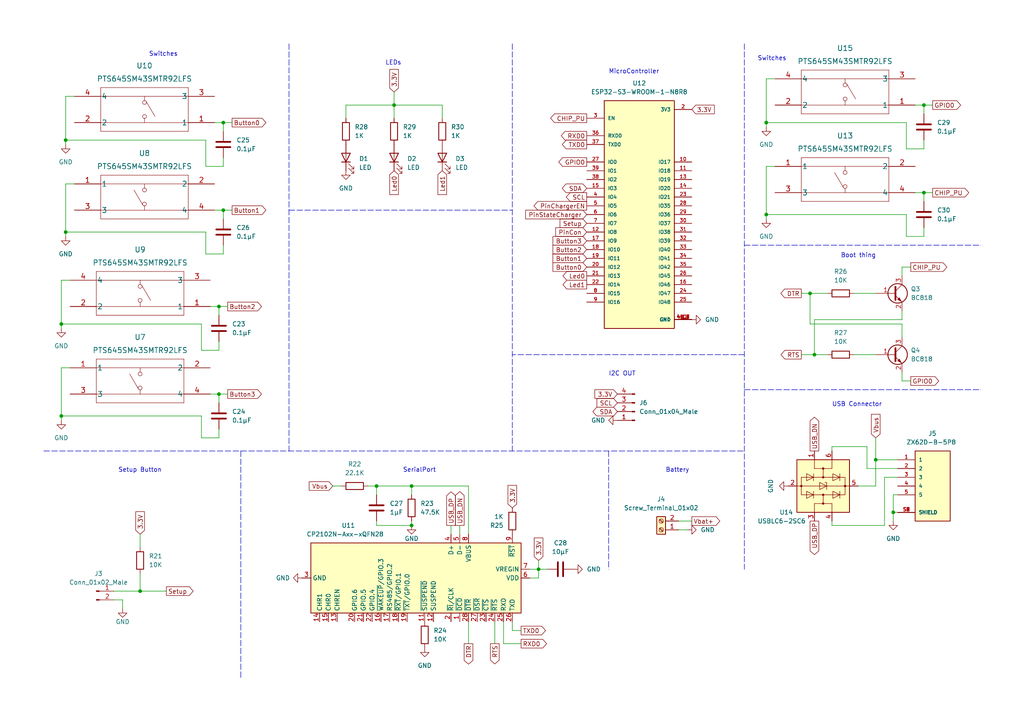
<source format=kicad_sch>
(kicad_sch (version 20211123) (generator eeschema)
  (paper "A4")
  (lib_symbols
    (symbol "2023-03-02_01-59-27:PTS645SM43SMTR92LFS" (pin_names (offset 0.254))
      (property "Reference" "U" (at 20.32 7.62 0))
      (property "Value" "PTS645SM43SMTR92LFS" (at 20.32 5.08 0))
      (symbol "PTS645SM43SMTR92LFS_1_1"
        (polyline (pts (xy 7.62 -10.16) (xy 33.02 -10.16)) (stroke (width 0.127)))
        (polyline (pts (xy 7.62 -7.62) (xy 33.02 -7.62)) (stroke (width 0.127)))
        (polyline (pts (xy 7.62 0) (xy 33.02 0)) (stroke (width 0.127)))
        (polyline (pts (xy 7.62 2.54) (xy 7.62 -10.16)) (stroke (width 0.127)))
        (polyline (pts (xy 19.812 -6.096) (xy 17.272 -1.778)) (stroke (width 0.127)))
        (polyline (pts (xy 20.32 -7.62) (xy 20.32 -6.35)) (stroke (width 0.127)))
        (polyline (pts (xy 20.32 0) (xy 20.32 -1.27)) (stroke (width 0.127)))
        (polyline (pts (xy 33.02 -10.16) (xy 33.02 2.54)) (stroke (width 0.127)))
        (polyline (pts (xy 33.02 2.54) (xy 7.62 2.54)) (stroke (width 0.127)))
        (circle (center 20.32 -5.842) (radius 0.5588) (stroke (width 0.127)))
        (circle (center 20.32 -1.778) (radius 0.5588) (stroke (width 0.127)))
        (pin unspecified line (at 0 0 0) (length 7.62) (name "1") (number "1"))
        (pin unspecified line (at 40.64 0 180) (length 7.62) (name "2") (number "2"))
        (pin unspecified line (at 0 -7.62 0) (length 7.62) (name "3") (number "3"))
        (pin unspecified line (at 40.64 -7.62 180) (length 7.62) (name "4") (number "4"))
      )
    )
    (symbol "Connector:Conn_01x02_Male" (pin_names (offset 1.016) hide)
      (property "Reference" "J" (at 0 2.54 0))
      (property "Value" "Conn_01x02_Male" (at 0 -5.08 0))
      (symbol "Conn_01x02_Male_1_1"
        (polyline (pts (xy 1.27 -2.54) (xy 0.8636 -2.54)) (stroke (width 0.1524)))
        (polyline (pts (xy 1.27 0) (xy 0.8636 0)) (stroke (width 0.1524)))
        (rectangle (start 0.8636 -2.413) (end 0 -2.667) (stroke (width 0.1524)) (fill (type outline)))
        (rectangle (start 0.8636 0.127) (end 0 -0.127) (stroke (width 0.1524)) (fill (type outline)))
        (pin passive line (at 5.08 0 180) (length 3.81) (name "Pin_1") (number "1"))
        (pin passive line (at 5.08 -2.54 180) (length 3.81) (name "Pin_2") (number "2"))
      )
    )
    (symbol "Connector:Conn_01x04_Male" (pin_names (offset 1.016) hide)
      (property "Reference" "J" (at 0 5.08 0))
      (property "Value" "Conn_01x04_Male" (at 0 -7.62 0))
      (symbol "Conn_01x04_Male_1_1"
        (polyline (pts (xy 1.27 -5.08) (xy 0.8636 -5.08)) (stroke (width 0.1524)))
        (polyline (pts (xy 1.27 -2.54) (xy 0.8636 -2.54)) (stroke (width 0.1524)))
        (polyline (pts (xy 1.27 0) (xy 0.8636 0)) (stroke (width 0.1524)))
        (polyline (pts (xy 1.27 2.54) (xy 0.8636 2.54)) (stroke (width 0.1524)))
        (rectangle (start 0.8636 -4.953) (end 0 -5.207) (stroke (width 0.1524)) (fill (type outline)))
        (rectangle (start 0.8636 -2.413) (end 0 -2.667) (stroke (width 0.1524)) (fill (type outline)))
        (rectangle (start 0.8636 0.127) (end 0 -0.127) (stroke (width 0.1524)) (fill (type outline)))
        (rectangle (start 0.8636 2.667) (end 0 2.413) (stroke (width 0.1524)) (fill (type outline)))
        (pin passive line (at 5.08 2.54 180) (length 3.81) (name "Pin_1") (number "1"))
        (pin passive line (at 5.08 0 180) (length 3.81) (name "Pin_2") (number "2"))
        (pin passive line (at 5.08 -2.54 180) (length 3.81) (name "Pin_3") (number "3"))
        (pin passive line (at 5.08 -5.08 180) (length 3.81) (name "Pin_4") (number "4"))
      )
    )
    (symbol "Connector:Screw_Terminal_01x02" (pin_names (offset 1.016) hide)
      (property "Reference" "J" (at 0 2.54 0))
      (property "Value" "Screw_Terminal_01x02" (at 0 -5.08 0))
      (symbol "Screw_Terminal_01x02_1_1"
        (rectangle (start -1.27 1.27) (end 1.27 -3.81) (stroke (width 0.254)) (fill (type background)))
        (circle (center 0 -2.54) (radius 0.635) (stroke (width 0.1524)))
        (polyline (pts (xy -0.5334 -2.2098) (xy 0.3302 -3.048)) (stroke (width 0.1524)))
        (polyline (pts (xy -0.5334 0.3302) (xy 0.3302 -0.508)) (stroke (width 0.1524)))
        (polyline (pts (xy -0.3556 -2.032) (xy 0.508 -2.8702)) (stroke (width 0.1524)))
        (polyline (pts (xy -0.3556 0.508) (xy 0.508 -0.3302)) (stroke (width 0.1524)))
        (circle (center 0 0) (radius 0.635) (stroke (width 0.1524)))
        (pin passive line (at -5.08 0 0) (length 3.81) (name "Pin_1") (number "1"))
        (pin passive line (at -5.08 -2.54 0) (length 3.81) (name "Pin_2") (number "2"))
      )
    )
    (symbol "Device:C" (pin_numbers hide) (pin_names (offset 0.254))
      (property "Reference" "C" (at 0.635 2.54 0))
      (property "Value" "C" (at 0.635 -2.54 0))
      (symbol "C_0_1"
        (polyline (pts (xy -2.032 -0.762) (xy 2.032 -0.762)) (stroke (width 0.508)))
        (polyline (pts (xy -2.032 0.762) (xy 2.032 0.762)) (stroke (width 0.508)))
      )
      (symbol "C_1_1"
        (pin passive line (at 0 3.81 270) (length 2.794) (name "~") (number "1"))
        (pin passive line (at 0 -3.81 90) (length 2.794) (name "~") (number "2"))
      )
    )
    (symbol "Device:LED" (pin_numbers hide) (pin_names (offset 1.016) hide)
      (property "Reference" "D" (at 0 2.54 0))
      (property "Value" "LED" (at 0 -2.54 0))
      (symbol "LED_0_1"
        (polyline (pts (xy -1.27 -1.27) (xy -1.27 1.27)) (stroke (width 0.254)))
        (polyline (pts (xy -1.27 0) (xy 1.27 0)))
        (polyline (pts (xy 1.27 -1.27) (xy 1.27 1.27) (xy -1.27 0) (xy 1.27 -1.27)) (stroke (width 0.254)))
        (polyline (pts (xy -3.048 -0.762) (xy -4.572 -2.286) (xy -3.81 -2.286) (xy -4.572 -2.286) (xy -4.572 -1.524)))
        (polyline (pts (xy -1.778 -0.762) (xy -3.302 -2.286) (xy -2.54 -2.286) (xy -3.302 -2.286) (xy -3.302 -1.524)))
      )
      (symbol "LED_1_1"
        (pin passive line (at -3.81 0 0) (length 2.54) (name "K") (number "1"))
        (pin passive line (at 3.81 0 180) (length 2.54) (name "A") (number "2"))
      )
    )
    (symbol "Device:R" (pin_numbers hide) (pin_names (offset 0))
      (property "Reference" "R" (at 2.032 0 90))
      (property "Value" "R" (at 0 0 90))
      (symbol "R_0_1"
        (rectangle (start -1.016 -2.54) (end 1.016 2.54) (stroke (width 0.254)))
      )
      (symbol "R_1_1"
        (pin passive line (at 0 3.81 270) (length 1.27) (name "~") (number "1"))
        (pin passive line (at 0 -3.81 90) (length 1.27) (name "~") (number "2"))
      )
    )
    (symbol "ESP32-S3-WROOM-1-N8R8:ESP32-S3-WROOM-1-N8R8" (pin_names (offset 1.016))
      (property "Reference" "U" (at -10.16 34.1122 0))
      (property "Value" "ESP32-S3-WROOM-1-N8R8" (at -10.16 -35.56 0))
      (symbol "ESP32-S3-WROOM-1-N8R8_0_0"
        (rectangle (start -10.16 -33.02) (end 10.16 33.02) (stroke (width 0.254)) (fill (type background)))
        (pin power_in line (at 15.24 -30.48 180) (length 5.08) (name "GND") (number "1"))
        (pin bidirectional line (at 15.24 15.24 180) (length 5.08) (name "IO17") (number "10"))
        (pin bidirectional line (at 15.24 12.7 180) (length 5.08) (name "IO18") (number "11"))
        (pin bidirectional line (at -15.24 -5.08 0) (length 5.08) (name "IO8") (number "12"))
        (pin bidirectional line (at 15.24 10.16 180) (length 5.08) (name "IO19") (number "13"))
        (pin bidirectional line (at 15.24 7.62 180) (length 5.08) (name "IO20") (number "14"))
        (pin bidirectional line (at -15.24 7.62 0) (length 5.08) (name "IO3") (number "15"))
        (pin bidirectional line (at 15.24 -20.32 180) (length 5.08) (name "IO46") (number "16"))
        (pin bidirectional line (at -15.24 -7.62 0) (length 5.08) (name "IO9") (number "17"))
        (pin bidirectional line (at -15.24 -10.16 0) (length 5.08) (name "IO10") (number "18"))
        (pin bidirectional line (at -15.24 -12.7 0) (length 5.08) (name "IO11") (number "19"))
        (pin power_in line (at 15.24 30.48 180) (length 5.08) (name "3V3") (number "2"))
        (pin bidirectional line (at -15.24 -15.24 0) (length 5.08) (name "IO12") (number "20"))
        (pin bidirectional line (at -15.24 -17.78 0) (length 5.08) (name "IO13") (number "21"))
        (pin bidirectional line (at -15.24 -20.32 0) (length 5.08) (name "IO14") (number "22"))
        (pin bidirectional line (at 15.24 5.08 180) (length 5.08) (name "IO21") (number "23"))
        (pin bidirectional line (at 15.24 -22.86 180) (length 5.08) (name "IO47") (number "24"))
        (pin bidirectional line (at 15.24 -25.4 180) (length 5.08) (name "IO48") (number "25"))
        (pin bidirectional line (at 15.24 -17.78 180) (length 5.08) (name "IO45") (number "26"))
        (pin bidirectional line (at -15.24 15.24 0) (length 5.08) (name "IO0") (number "27"))
        (pin bidirectional line (at 15.24 2.54 180) (length 5.08) (name "IO35") (number "28"))
        (pin bidirectional line (at 15.24 0 180) (length 5.08) (name "IO36") (number "29"))
        (pin input line (at -15.24 27.94 0) (length 5.08) (name "EN") (number "3"))
        (pin bidirectional line (at 15.24 -2.54 180) (length 5.08) (name "IO37") (number "30"))
        (pin bidirectional line (at 15.24 -5.08 180) (length 5.08) (name "IO38") (number "31"))
        (pin bidirectional line (at 15.24 -7.62 180) (length 5.08) (name "IO39") (number "32"))
        (pin bidirectional line (at 15.24 -10.16 180) (length 5.08) (name "IO40") (number "33"))
        (pin bidirectional line (at 15.24 -12.7 180) (length 5.08) (name "IO41") (number "34"))
        (pin bidirectional line (at 15.24 -15.24 180) (length 5.08) (name "IO42") (number "35"))
        (pin bidirectional line (at -15.24 22.86 0) (length 5.08) (name "RXD0") (number "36"))
        (pin bidirectional line (at -15.24 20.32 0) (length 5.08) (name "TXD0") (number "37"))
        (pin bidirectional line (at -15.24 10.16 0) (length 5.08) (name "IO2") (number "38"))
        (pin bidirectional line (at -15.24 12.7 0) (length 5.08) (name "IO1") (number "39"))
        (pin bidirectional line (at -15.24 5.08 0) (length 5.08) (name "IO4") (number "4"))
        (pin power_in line (at 15.24 -30.48 180) (length 5.08) (name "GND") (number "40"))
        (pin power_in line (at 15.24 -30.48 180) (length 5.08) (name "GND") (number "41_1"))
        (pin power_in line (at 15.24 -30.48 180) (length 5.08) (name "GND") (number "41_2"))
        (pin power_in line (at 15.24 -30.48 180) (length 5.08) (name "GND") (number "41_3"))
        (pin power_in line (at 15.24 -30.48 180) (length 5.08) (name "GND") (number "41_4"))
        (pin power_in line (at 15.24 -30.48 180) (length 5.08) (name "GND") (number "41_5"))
        (pin power_in line (at 15.24 -30.48 180) (length 5.08) (name "GND") (number "41_6"))
        (pin power_in line (at 15.24 -30.48 180) (length 5.08) (name "GND") (number "41_7"))
        (pin power_in line (at 15.24 -30.48 180) (length 5.08) (name "GND") (number "41_8"))
        (pin power_in line (at 15.24 -30.48 180) (length 5.08) (name "GND") (number "41_9"))
        (pin bidirectional line (at -15.24 2.54 0) (length 5.08) (name "IO5") (number "5"))
        (pin bidirectional line (at -15.24 0 0) (length 5.08) (name "IO6") (number "6"))
        (pin bidirectional line (at -15.24 -2.54 0) (length 5.08) (name "IO7") (number "7"))
        (pin bidirectional line (at -15.24 -22.86 0) (length 5.08) (name "IO15") (number "8"))
        (pin bidirectional line (at -15.24 -25.4 0) (length 5.08) (name "IO16") (number "9"))
      )
    )
    (symbol "Interface_USB:CP2102N-Axx-xQFN28"
      (property "Reference" "U" (at -8.89 31.75 0))
      (property "Value" "CP2102N-Axx-xQFN28" (at 12.7 31.75 0))
      (symbol "CP2102N-Axx-xQFN28_0_1"
        (rectangle (start -10.16 30.48) (end 10.16 -30.48) (stroke (width 0.254)) (fill (type background)))
      )
      (symbol "CP2102N-Axx-xQFN28_1_1"
        (pin input line (at 12.7 12.7 180) (length 2.54) (name "~{DCD}") (number "1"))
        (pin no_connect line (at -10.16 -27.94 0) (length 2.54) hide (name "NC") (number "10"))
        (pin output line (at 12.7 2.54 180) (length 2.54) (name "~{SUSPEND}") (number "11"))
        (pin output line (at 12.7 5.08 180) (length 2.54) (name "SUSPEND") (number "12"))
        (pin output line (at 12.7 -22.86 180) (length 2.54) (name "CHREN") (number "13"))
        (pin output line (at 12.7 -27.94 180) (length 2.54) (name "CHR1") (number "14"))
        (pin output line (at 12.7 -25.4 180) (length 2.54) (name "CHR0") (number "15"))
        (pin bidirectional line (at 12.7 -10.16 180) (length 2.54) (name "~{WAKEUP}/GPIO.3") (number "16"))
        (pin bidirectional line (at 12.7 -7.62 180) (length 2.54) (name "RS485/GPIO.2") (number "17"))
        (pin bidirectional line (at 12.7 -5.08 180) (length 2.54) (name "~{RXT}/GPIO.1") (number "18"))
        (pin bidirectional line (at 12.7 -2.54 180) (length 2.54) (name "~{TXT}/GPIO.0") (number "19"))
        (pin bidirectional line (at 12.7 10.16 180) (length 2.54) (name "~{RI}/CLK") (number "2"))
        (pin bidirectional line (at 12.7 -17.78 180) (length 2.54) (name "GPIO.6") (number "20"))
        (pin bidirectional line (at 12.7 -15.24 180) (length 2.54) (name "GPIO.5") (number "21"))
        (pin bidirectional line (at 12.7 -12.7 180) (length 2.54) (name "GPIO.4") (number "22"))
        (pin input line (at 12.7 20.32 180) (length 2.54) (name "~{CTS}") (number "23"))
        (pin output line (at 12.7 22.86 180) (length 2.54) (name "~{RTS}") (number "24"))
        (pin input line (at 12.7 25.4 180) (length 2.54) (name "RXD") (number "25"))
        (pin output line (at 12.7 27.94 180) (length 2.54) (name "TXD") (number "26"))
        (pin input line (at 12.7 17.78 180) (length 2.54) (name "~{DSR}") (number "27"))
        (pin output line (at 12.7 15.24 180) (length 2.54) (name "~{DTR}") (number "28"))
        (pin passive line (at 0 -33.02 90) (length 2.54) hide (name "GND") (number "29"))
        (pin power_in line (at 0 -33.02 90) (length 2.54) (name "GND") (number "3"))
        (pin bidirectional line (at -12.7 10.16 0) (length 2.54) (name "D+") (number "4"))
        (pin bidirectional line (at -12.7 12.7 0) (length 2.54) (name "D-") (number "5"))
        (pin power_in line (at 0 33.02 270) (length 2.54) (name "VDD") (number "6"))
        (pin power_in line (at -2.54 33.02 270) (length 2.54) (name "VREGIN") (number "7"))
        (pin input line (at -12.7 15.24 0) (length 2.54) (name "VBUS") (number "8"))
        (pin input line (at -12.7 27.94 0) (length 2.54) (name "~{RST}") (number "9"))
      )
    )
    (symbol "Power_Protection:USBLC6-2SC6" (pin_names hide)
      (property "Reference" "U" (at 2.54 8.89 0))
      (property "Value" "USBLC6-2SC6" (at 2.54 -8.89 0))
      (symbol "USBLC6-2SC6_0_1"
        (rectangle (start -7.62 -7.62) (end 7.62 7.62) (stroke (width 0.254)) (fill (type background)))
        (circle (center -5.08 0) (radius 0.254) (fill (type outline)))
        (circle (center -2.54 0) (radius 0.254) (fill (type outline)))
        (rectangle (start -2.54 6.35) (end 2.54 -6.35))
        (circle (center 0 -6.35) (radius 0.254) (fill (type outline)))
        (polyline (pts (xy -5.08 -2.54) (xy -7.62 -2.54)))
        (polyline (pts (xy -5.08 0) (xy -5.08 -2.54)))
        (polyline (pts (xy -5.08 2.54) (xy -7.62 2.54)))
        (polyline (pts (xy -1.524 -2.794) (xy -3.556 -2.794)))
        (polyline (pts (xy -1.524 4.826) (xy -3.556 4.826)))
        (polyline (pts (xy 0 -7.62) (xy 0 -6.35)))
        (polyline (pts (xy 0 -6.35) (xy 0 1.27)))
        (polyline (pts (xy 0 1.27) (xy 0 6.35)))
        (polyline (pts (xy 0 6.35) (xy 0 7.62)))
        (polyline (pts (xy 1.524 -2.794) (xy 3.556 -2.794)))
        (polyline (pts (xy 1.524 4.826) (xy 3.556 4.826)))
        (polyline (pts (xy 5.08 -2.54) (xy 7.62 -2.54)))
        (polyline (pts (xy 5.08 0) (xy 5.08 -2.54)))
        (polyline (pts (xy 5.08 2.54) (xy 7.62 2.54)))
        (polyline (pts (xy -2.54 0) (xy -5.08 0) (xy -5.08 2.54)))
        (polyline (pts (xy 2.54 0) (xy 5.08 0) (xy 5.08 2.54)))
        (polyline (pts (xy -3.556 -4.826) (xy -1.524 -4.826) (xy -2.54 -2.794) (xy -3.556 -4.826)))
        (polyline (pts (xy -3.556 2.794) (xy -1.524 2.794) (xy -2.54 4.826) (xy -3.556 2.794)))
        (polyline (pts (xy -1.016 -1.016) (xy 1.016 -1.016) (xy 0 1.016) (xy -1.016 -1.016)))
        (polyline (pts (xy 1.016 1.016) (xy 0.762 1.016) (xy -1.016 1.016) (xy -1.016 0.508)))
        (polyline (pts (xy 3.556 -4.826) (xy 1.524 -4.826) (xy 2.54 -2.794) (xy 3.556 -4.826)))
        (polyline (pts (xy 3.556 2.794) (xy 1.524 2.794) (xy 2.54 4.826) (xy 3.556 2.794)))
        (circle (center 0 6.35) (radius 0.254) (fill (type outline)))
        (circle (center 2.54 0) (radius 0.254) (fill (type outline)))
        (circle (center 5.08 0) (radius 0.254) (fill (type outline)))
      )
      (symbol "USBLC6-2SC6_1_1"
        (pin passive line (at -10.16 -2.54 0) (length 2.54) (name "I/O1") (number "1"))
        (pin passive line (at 0 -10.16 90) (length 2.54) (name "GND") (number "2"))
        (pin passive line (at 10.16 -2.54 180) (length 2.54) (name "I/O2") (number "3"))
        (pin passive line (at 10.16 2.54 180) (length 2.54) (name "I/O2") (number "4"))
        (pin passive line (at 0 10.16 270) (length 2.54) (name "VBUS") (number "5"))
        (pin passive line (at -10.16 2.54 0) (length 2.54) (name "I/O1") (number "6"))
      )
    )
    (symbol "Transistor_BJT:BC818" (pin_names (offset 0) hide)
      (property "Reference" "Q" (at 5.08 1.905 0))
      (property "Value" "BC818" (at 5.08 0 0))
      (symbol "BC818_0_1"
        (polyline (pts (xy 0.635 0.635) (xy 2.54 2.54)))
        (polyline (pts (xy 0.635 -0.635) (xy 2.54 -2.54) (xy 2.54 -2.54)))
        (polyline (pts (xy 0.635 1.905) (xy 0.635 -1.905) (xy 0.635 -1.905)) (stroke (width 0.508)))
        (polyline (pts (xy 1.27 -1.778) (xy 1.778 -1.27) (xy 2.286 -2.286) (xy 1.27 -1.778) (xy 1.27 -1.778)) (fill (type outline)))
        (circle (center 1.27 0) (radius 2.8194) (stroke (width 0.254)))
      )
      (symbol "BC818_1_1"
        (pin input line (at -5.08 0 0) (length 5.715) (name "B") (number "1"))
        (pin passive line (at 2.54 -5.08 90) (length 2.54) (name "E") (number "2"))
        (pin passive line (at 2.54 5.08 270) (length 2.54) (name "C") (number "3"))
      )
    )
    (symbol "ZX62D-B-5P8:ZX62D-B-5P8" (pin_names (offset 1.016))
      (property "Reference" "J" (at -5.0759 10.1722 0))
      (property "Value" "ZX62D-B-5P8" (at -5.0779 -13.9774 0))
      (symbol "ZX62D-B-5P8_0_0"
        (rectangle (start -5.08 -10.16) (end 5.08 10.16) (stroke (width 0.254)) (fill (type background)))
        (pin passive line (at -10.16 7.62 0) (length 5.08) (name "1") (number "1"))
        (pin passive line (at -10.16 5.08 0) (length 5.08) (name "2") (number "2"))
        (pin passive line (at -10.16 2.54 0) (length 5.08) (name "3") (number "3"))
        (pin passive line (at -10.16 0 0) (length 5.08) (name "4") (number "4"))
        (pin passive line (at -10.16 -2.54 0) (length 5.08) (name "5") (number "5"))
        (pin passive line (at -10.16 -7.62 0) (length 5.08) (name "SHIELD") (number "S1"))
        (pin passive line (at -10.16 -7.62 0) (length 5.08) (name "SHIELD") (number "S2"))
        (pin passive line (at -10.16 -7.62 0) (length 5.08) (name "SHIELD") (number "S3"))
        (pin passive line (at -10.16 -7.62 0) (length 5.08) (name "SHIELD") (number "S4"))
        (pin passive line (at -10.16 -7.62 0) (length 5.08) (name "SHIELD") (number "S5"))
        (pin passive line (at -10.16 -7.62 0) (length 5.08) (name "SHIELD") (number "S6"))
      )
    )
    (symbol "power:GND" (power) (pin_names (offset 0))
      (property "Value" "GND" (at 0 -3.81 0))
      (symbol "GND_0_1"
        (polyline (pts (xy 0 0) (xy 0 -1.27) (xy 1.27 -1.27) (xy 0 -2.54) (xy -1.27 -1.27) (xy 0 -1.27)))
      )
      (symbol "GND_1_1"
        (pin power_in line (at 0 0 270) (length 0) hide (name "GND") (number "1"))
      )
    )
  )
  (junction (at 119.38 140.97))
  (junction (at 119.38 152.4))
  (junction (at 63.5 88.9))
  (junction (at 19.05 40.64))
  (junction (at 40.64 171.45))
  (junction (at 156.21 165.1))
  (junction (at 267.97 30.48))
  (junction (at 267.97 55.88))
  (junction (at 236.22 102.87))
  (junction (at 222.25 35.56))
  (junction (at 63.5 114.3))
  (junction (at 254 133.35))
  (junction (at 222.25 62.23))
  (junction (at 234.95 85.09))
  (junction (at 17.78 93.98))
  (junction (at 109.22 140.97))
  (junction (at 17.78 120.65))
  (junction (at 64.77 60.96))
  (junction (at 114.3 30.48))
  (junction (at 64.77 35.56))
  (junction (at 259.08 148.59))
  (junction (at 19.05 67.31))
  (wire (pts (xy 64.77 35.56) (xy 67.31 35.56)))
  (wire (pts (xy 146.05 180.34) (xy 146.05 186.69)))
  (wire (pts (xy 96.52 140.97) (xy 99.06 140.97)))
  (wire (pts (xy 241.3 152.4) (xy 241.3 151.13)))
  (wire (pts (xy 19.05 41.91) (xy 19.05 40.64)))
  (polyline (pts (xy 69.85 130.81) (xy 69.85 196.85)))
  (wire (pts (xy 64.77 60.96) (xy 67.31 60.96)))
  (wire (pts (xy 261.62 92.71) (xy 236.22 92.71)))
  (polyline (pts (xy 215.9 12.7) (xy 215.9 165.1)))
  (wire (pts (xy 109.22 151.13) (xy 109.22 152.4)))
  (wire (pts (xy 63.5 101.6) (xy 63.5 99.06)))
  (wire (pts (xy 156.21 165.1) (xy 158.75 165.1)))
  (wire (pts (xy 59.69 73.66) (xy 59.69 67.31)))
  (polyline (pts (xy 215.9 71.12) (xy 284.48 71.12)))
  (wire (pts (xy 262.89 68.58) (xy 262.89 62.23)))
  (wire (pts (xy 17.78 106.68) (xy 20.32 106.68)))
  (wire (pts (xy 17.78 120.65) (xy 17.78 106.68)))
  (wire (pts (xy 19.05 27.94) (xy 19.05 40.64)))
  (wire (pts (xy 128.27 30.48) (xy 128.27 34.29)))
  (wire (pts (xy 130.81 152.4) (xy 130.81 154.94)))
  (wire (pts (xy 63.5 127) (xy 58.42 127)))
  (wire (pts (xy 267.97 55.88) (xy 267.97 58.42)))
  (wire (pts (xy 119.38 152.4) (xy 119.38 151.13)))
  (wire (pts (xy 135.89 140.97) (xy 135.89 154.94)))
  (wire (pts (xy 58.42 120.65) (xy 17.78 120.65)))
  (wire (pts (xy 247.65 102.87) (xy 254 102.87)))
  (wire (pts (xy 153.67 165.1) (xy 156.21 165.1)))
  (wire (pts (xy 128.27 30.48) (xy 114.3 30.48)))
  (wire (pts (xy 100.33 30.48) (xy 114.3 30.48)))
  (wire (pts (xy 62.23 60.96) (xy 64.77 60.96)))
  (wire (pts (xy 265.43 30.48) (xy 267.97 30.48)))
  (wire (pts (xy 267.97 30.48) (xy 267.97 33.02)))
  (wire (pts (xy 262.89 62.23) (xy 222.25 62.23)))
  (wire (pts (xy 63.5 88.9) (xy 63.5 91.44)))
  (wire (pts (xy 62.23 35.56) (xy 64.77 35.56)))
  (wire (pts (xy 241.3 129.54) (xy 251.46 129.54)))
  (polyline (pts (xy 148.59 12.7) (xy 148.59 130.81)))
  (polyline (pts (xy 215.9 113.03) (xy 284.48 113.03)))
  (wire (pts (xy 254 133.35) (xy 260.35 133.35)))
  (wire (pts (xy 64.77 71.12) (xy 64.77 73.66)))
  (wire (pts (xy 143.51 180.34) (xy 143.51 186.69)))
  (wire (pts (xy 148.59 180.34) (xy 148.59 182.88)))
  (polyline (pts (xy 215.9 102.87) (xy 148.59 102.87)))
  (wire (pts (xy 63.5 114.3) (xy 66.04 114.3)))
  (wire (pts (xy 222.25 36.83) (xy 222.25 35.56)))
  (wire (pts (xy 267.97 43.18) (xy 267.97 40.64)))
  (wire (pts (xy 224.79 22.86) (xy 222.25 22.86)))
  (wire (pts (xy 261.62 97.79) (xy 261.62 93.98)))
  (wire (pts (xy 58.42 127) (xy 58.42 120.65)))
  (wire (pts (xy 259.08 143.51) (xy 260.35 143.51)))
  (wire (pts (xy 251.46 135.89) (xy 260.35 135.89)))
  (wire (pts (xy 260.35 138.43) (xy 256.54 138.43)))
  (wire (pts (xy 264.16 77.47) (xy 261.62 77.47)))
  (wire (pts (xy 267.97 30.48) (xy 270.51 30.48)))
  (wire (pts (xy 63.5 114.3) (xy 63.5 116.84)))
  (wire (pts (xy 199.39 153.67) (xy 196.85 153.67)))
  (wire (pts (xy 133.35 152.4) (xy 133.35 154.94)))
  (wire (pts (xy 261.62 107.95) (xy 261.62 110.49)))
  (wire (pts (xy 21.59 27.94) (xy 19.05 27.94)))
  (wire (pts (xy 20.32 81.28) (xy 17.78 81.28)))
  (wire (pts (xy 119.38 140.97) (xy 109.22 140.97)))
  (polyline (pts (xy 83.82 12.7) (xy 83.82 130.81)))
  (wire (pts (xy 58.42 101.6) (xy 63.5 101.6)))
  (wire (pts (xy 267.97 55.88) (xy 270.51 55.88)))
  (wire (pts (xy 119.38 140.97) (xy 119.38 143.51)))
  (wire (pts (xy 259.08 143.51) (xy 259.08 148.59)))
  (polyline (pts (xy 69.85 130.81) (xy 215.9 130.81)))
  (wire (pts (xy 40.64 154.94) (xy 40.64 158.75)))
  (wire (pts (xy 267.97 66.04) (xy 267.97 68.58)))
  (wire (pts (xy 262.89 43.18) (xy 267.97 43.18)))
  (wire (pts (xy 256.54 152.4) (xy 241.3 152.4)))
  (wire (pts (xy 261.62 77.47) (xy 261.62 80.01)))
  (wire (pts (xy 64.77 35.56) (xy 64.77 38.1)))
  (wire (pts (xy 17.78 95.25) (xy 17.78 93.98)))
  (wire (pts (xy 222.25 22.86) (xy 222.25 35.56)))
  (wire (pts (xy 17.78 121.92) (xy 17.78 120.65)))
  (wire (pts (xy 236.22 92.71) (xy 236.22 102.87)))
  (wire (pts (xy 109.22 140.97) (xy 109.22 143.51)))
  (wire (pts (xy 64.77 60.96) (xy 64.77 63.5)))
  (wire (pts (xy 64.77 48.26) (xy 64.77 45.72)))
  (wire (pts (xy 100.33 30.48) (xy 100.33 34.29)))
  (wire (pts (xy 146.05 186.69) (xy 151.13 186.69)))
  (wire (pts (xy 254 140.97) (xy 254 133.35)))
  (wire (pts (xy 264.16 110.49) (xy 261.62 110.49)))
  (polyline (pts (xy 12.7 130.81) (xy 69.85 130.81)))
  (wire (pts (xy 222.25 48.26) (xy 224.79 48.26)))
  (wire (pts (xy 267.97 68.58) (xy 262.89 68.58)))
  (wire (pts (xy 106.68 140.97) (xy 109.22 140.97)))
  (wire (pts (xy 232.41 102.87) (xy 236.22 102.87)))
  (wire (pts (xy 109.22 152.4) (xy 119.38 152.4)))
  (wire (pts (xy 59.69 40.64) (xy 59.69 48.26)))
  (wire (pts (xy 222.25 63.5) (xy 222.25 62.23)))
  (wire (pts (xy 60.96 114.3) (xy 63.5 114.3)))
  (wire (pts (xy 59.69 48.26) (xy 64.77 48.26)))
  (wire (pts (xy 262.89 35.56) (xy 262.89 43.18)))
  (wire (pts (xy 261.62 93.98) (xy 234.95 93.98)))
  (wire (pts (xy 19.05 68.58) (xy 19.05 67.31)))
  (wire (pts (xy 232.41 85.09) (xy 234.95 85.09)))
  (wire (pts (xy 261.62 90.17) (xy 261.62 92.71)))
  (wire (pts (xy 64.77 73.66) (xy 59.69 73.66)))
  (wire (pts (xy 234.95 93.98) (xy 234.95 85.09)))
  (wire (pts (xy 59.69 67.31) (xy 19.05 67.31)))
  (wire (pts (xy 256.54 138.43) (xy 256.54 152.4)))
  (wire (pts (xy 222.25 62.23) (xy 222.25 48.26)))
  (wire (pts (xy 40.64 171.45) (xy 48.26 171.45)))
  (wire (pts (xy 234.95 85.09) (xy 240.03 85.09)))
  (wire (pts (xy 236.22 102.87) (xy 240.03 102.87)))
  (wire (pts (xy 196.85 151.13) (xy 200.66 151.13)))
  (wire (pts (xy 135.89 180.34) (xy 135.89 186.69)))
  (wire (pts (xy 259.08 148.59) (xy 260.35 148.59)))
  (wire (pts (xy 60.96 88.9) (xy 63.5 88.9)))
  (wire (pts (xy 58.42 93.98) (xy 58.42 101.6)))
  (wire (pts (xy 35.56 176.53) (xy 35.56 173.99)))
  (wire (pts (xy 259.08 148.59) (xy 259.08 151.13)))
  (polyline (pts (xy 83.82 60.96) (xy 148.59 60.96)))
  (wire (pts (xy 254 133.35) (xy 254 127)))
  (wire (pts (xy 248.92 140.97) (xy 254 140.97)))
  (wire (pts (xy 148.59 182.88) (xy 151.13 182.88)))
  (polyline (pts (xy 176.53 130.81) (xy 176.53 165.1)))
  (wire (pts (xy 265.43 55.88) (xy 267.97 55.88)))
  (wire (pts (xy 251.46 129.54) (xy 251.46 135.89)))
  (wire (pts (xy 63.5 124.46) (xy 63.5 127)))
  (wire (pts (xy 114.3 30.48) (xy 114.3 34.29)))
  (wire (pts (xy 135.89 140.97) (xy 119.38 140.97)))
  (wire (pts (xy 63.5 88.9) (xy 66.04 88.9)))
  (wire (pts (xy 19.05 53.34) (xy 21.59 53.34)))
  (wire (pts (xy 156.21 162.56) (xy 156.21 165.1)))
  (wire (pts (xy 156.21 167.64) (xy 153.67 167.64)))
  (wire (pts (xy 17.78 93.98) (xy 58.42 93.98)))
  (wire (pts (xy 40.64 166.37) (xy 40.64 171.45)))
  (wire (pts (xy 19.05 40.64) (xy 59.69 40.64)))
  (wire (pts (xy 247.65 85.09) (xy 254 85.09)))
  (wire (pts (xy 40.64 171.45) (xy 33.02 171.45)))
  (wire (pts (xy 19.05 67.31) (xy 19.05 53.34)))
  (wire (pts (xy 35.56 173.99) (xy 33.02 173.99)))
  (wire (pts (xy 241.3 130.81) (xy 241.3 129.54)))
  (wire (pts (xy 114.3 26.67) (xy 114.3 30.48)))
  (wire (pts (xy 222.25 35.56) (xy 262.89 35.56)))
  (wire (pts (xy 156.21 165.1) (xy 156.21 167.64)))
  (wire (pts (xy 17.78 81.28) (xy 17.78 93.98)))
  (text "SerialPort" (at 116.84 137.16 0) (effects (font (size 1.27 1.27)) (justify left bottom)))
  (text "USB Connector" (at 241.3 118.11 0) (effects (font (size 1.27 1.27)) (justify left bottom)))
  (text "Setup Button" (at 34.29 137.16 0) (effects (font (size 1.27 1.27)) (justify left bottom)))
  (text "Switches" (at 43.18 16.51 0) (effects (font (size 1.27 1.27)) (justify left bottom)))
  (text "MicroController" (at 176.53 21.59 0) (effects (font (size 1.27 1.27)) (justify left bottom)))
  (text "Switches" (at 219.71 17.78 0) (effects (font (size 1.27 1.27)) (justify left bottom)))
  (text "LEDs" (at 111.76 19.05 0) (effects (font (size 1.27 1.27)) (justify left bottom)))
  (text "Battery" (at 193.04 137.16 0) (effects (font (size 1.27 1.27)) (justify left bottom)))
  (text "I2C OUT" (at 176.53 109.22 0) (effects (font (size 1.27 1.27)) (justify left bottom)))
  (text "Boot thing" (at 243.84 74.93 0) (effects (font (size 1.27 1.27)) (justify left bottom)))
  (global_label "SCL" (shape output) (at 170.18 57.15 180) (property "Intersheet References" "${INTERSHEET_REFS}" (effects hide)))
  (global_label "3.3V" (shape input) (at 156.21 162.56 90) (property "Intersheet References" "${INTERSHEET_REFS}" (effects hide)))
  (global_label "TXD0" (shape output) (at 170.18 41.91 180) (property "Intersheet References" "${INTERSHEET_REFS}" (effects hide)))
  (global_label "USB_DP" (shape output) (at 236.22 151.13 270) (property "Intersheet References" "${INTERSHEET_REFS}" (effects hide)))
  (global_label "GPIO0" (shape output) (at 170.18 46.99 180) (property "Intersheet References" "${INTERSHEET_REFS}" (effects hide)))
  (global_label "CHIP_PU" (shape output) (at 264.16 77.47 0) (property "Intersheet References" "${INTERSHEET_REFS}" (effects hide)))
  (global_label "Led1" (shape output) (at 170.18 82.55 180) (property "Intersheet References" "${INTERSHEET_REFS}" (effects hide)))
  (global_label "Button3" (shape input) (at 170.18 69.85 180) (property "Intersheet References" "${INTERSHEET_REFS}" (effects hide)))
  (global_label "3.3V" (shape input) (at 200.66 31.75 0) (property "Intersheet References" "${INTERSHEET_REFS}" (effects hide)))
  (global_label "3.3V" (shape input) (at 114.3 26.67 90) (property "Intersheet References" "${INTERSHEET_REFS}" (effects hide)))
  (global_label "PinCon" (shape input) (at 170.18 67.31 180) (property "Intersheet References" "${INTERSHEET_REFS}" (effects hide)))
  (global_label "RTS" (shape output) (at 143.51 186.69 270) (property "Intersheet References" "${INTERSHEET_REFS}" (effects hide)))
  (global_label "3.3V" (shape input) (at 148.59 147.32 90) (property "Intersheet References" "${INTERSHEET_REFS}" (effects hide)))
  (global_label "3.3V" (shape input) (at 179.07 114.3 180) (property "Intersheet References" "${INTERSHEET_REFS}" (effects hide)))
  (global_label "SCL" (shape input) (at 179.07 116.84 180) (property "Intersheet References" "${INTERSHEET_REFS}" (effects hide)))
  (global_label "Vbus" (shape input) (at 96.52 140.97 180) (property "Intersheet References" "${INTERSHEET_REFS}" (effects hide)))
  (global_label "USB_DN" (shape output) (at 236.22 130.81 90) (property "Intersheet References" "${INTERSHEET_REFS}" (effects hide)))
  (global_label "Setup" (shape input) (at 170.18 64.77 180) (property "Intersheet References" "${INTERSHEET_REFS}" (effects hide)))
  (global_label "Led0" (shape output) (at 170.18 80.01 180) (property "Intersheet References" "${INTERSHEET_REFS}" (effects hide)))
  (global_label "Setup" (shape output) (at 48.26 171.45 0) (property "Intersheet References" "${INTERSHEET_REFS}" (effects hide)))
  (global_label "Button3" (shape output) (at 66.04 114.3 0) (property "Intersheet References" "${INTERSHEET_REFS}" (effects hide)))
  (global_label "Button1" (shape output) (at 67.31 60.96 0) (property "Intersheet References" "${INTERSHEET_REFS}" (effects hide)))
  (global_label "SDA" (shape bidirectional) (at 179.07 119.38 180) (property "Intersheet References" "${INTERSHEET_REFS}" (effects hide)))
  (global_label "Button0" (shape input) (at 170.18 77.47 180) (property "Intersheet References" "${INTERSHEET_REFS}" (effects hide)))
  (global_label "DTR" (shape output) (at 135.89 186.69 270) (property "Intersheet References" "${INTERSHEET_REFS}" (effects hide)))
  (global_label "SDA" (shape bidirectional) (at 170.18 54.61 180) (property "Intersheet References" "${INTERSHEET_REFS}" (effects hide)))
  (global_label "USB_DN" (shape output) (at 133.35 152.4 90) (property "Intersheet References" "${INTERSHEET_REFS}" (effects hide)))
  (global_label "Button0" (shape output) (at 67.31 35.56 0) (property "Intersheet References" "${INTERSHEET_REFS}" (effects hide)))
  (global_label "Button1" (shape input) (at 170.18 74.93 180) (property "Intersheet References" "${INTERSHEET_REFS}" (effects hide)))
  (global_label "TXD0" (shape output) (at 151.13 182.88 0) (property "Intersheet References" "${INTERSHEET_REFS}" (effects hide)))
  (global_label "RXD0" (shape output) (at 151.13 186.69 0) (property "Intersheet References" "${INTERSHEET_REFS}" (effects hide)))
  (global_label "GPIO0" (shape output) (at 270.51 30.48 0) (property "Intersheet References" "${INTERSHEET_REFS}" (effects hide)))
  (global_label "PinChargerEN" (shape output) (at 170.18 59.69 180) (property "Intersheet References" "${INTERSHEET_REFS}" (effects hide)))
  (global_label "CHIP_PU" (shape output) (at 170.18 34.29 180) (property "Intersheet References" "${INTERSHEET_REFS}" (effects hide)))
  (global_label "CHIP_PU" (shape output) (at 270.51 55.88 0) (property "Intersheet References" "${INTERSHEET_REFS}" (effects hide)))
  (global_label "RXD0" (shape output) (at 170.18 39.37 180) (property "Intersheet References" "${INTERSHEET_REFS}" (effects hide)))
  (global_label "Button2" (shape input) (at 170.18 72.39 180) (property "Intersheet References" "${INTERSHEET_REFS}" (effects hide)))
  (global_label "Vbat+" (shape output) (at 200.66 151.13 0) (property "Intersheet References" "${INTERSHEET_REFS}" (effects hide)))
  (global_label "Led1" (shape input) (at 128.27 49.53 270) (property "Intersheet References" "${INTERSHEET_REFS}" (effects hide)))
  (global_label "PinStateCharger" (shape input) (at 170.18 62.23 180) (property "Intersheet References" "${INTERSHEET_REFS}" (effects hide)))
  (global_label "3.3V" (shape input) (at 40.64 154.94 90) (property "Intersheet References" "${INTERSHEET_REFS}" (effects hide)))
  (global_label "GPIO0" (shape output) (at 264.16 110.49 0) (property "Intersheet References" "${INTERSHEET_REFS}" (effects hide)))
  (global_label "Led0" (shape input) (at 114.3 49.53 270) (property "Intersheet References" "${INTERSHEET_REFS}" (effects hide)))
  (global_label "RTS" (shape output) (at 232.41 102.87 180) (property "Intersheet References" "${INTERSHEET_REFS}" (effects hide)))
  (global_label "DTR" (shape output) (at 232.41 85.09 180) (property "Intersheet References" "${INTERSHEET_REFS}" (effects hide)))
  (global_label "Button2" (shape output) (at 66.04 88.9 0) (property "Intersheet References" "${INTERSHEET_REFS}" (effects hide)))
  (global_label "Vbus" (shape input) (at 254 127 90) (property "Intersheet References" "${INTERSHEET_REFS}" (effects hide)))
  (global_label "USB_DP" (shape output) (at 130.81 152.4 90) (property "Intersheet References" "${INTERSHEET_REFS}" (effects hide)))
  (symbol (lib_id "Device:R") (at 119.38 147.32 0) (unit 1)
    (property "Reference" "R23" (at 121.92 146.0499 0) (effects (justify left)))
    (property "Value" "47.5K" (at 121.92 148.5899 0) (effects (justify left)))
    (property "Footprint" "Resistor_SMD:R_0805_2012Metric" (effects hide))
  )
  (symbol (lib_id "power:GND") (at 19.05 68.58 0) (unit 1)
    (property "Reference" "#PWR028" (effects hide))
    (property "Value" "GND" (at 19.05 73.66 0))
  )
  (symbol (lib_id "Device:C") (at 267.97 36.83 180) (unit 1)
    (property "Reference" "C29" (at 271.78 35.5599 0) (effects (justify right)))
    (property "Value" "0.1μF" (at 271.78 38.0999 0) (effects (justify right)))
    (property "Footprint" "Capacitor_SMD:C_0805_2012Metric" (effects hide))
  )
  (symbol (lib_id "power:GND") (at 222.25 63.5 0) (unit 1)
    (property "Reference" "#PWR037" (effects hide))
    (property "Value" "GND" (at 222.25 68.58 0))
  )
  (symbol (lib_id "2023-03-02_01-59-27:PTS645SM43SMTR92LFS") (at 265.43 30.48 180) (unit 1)
    (property "Reference" "U15" (at 245.11 13.97 0) (effects (font (size 1.524 1.524))))
    (property "Value" "PTS645SM43SMTR92LFS" (at 245.11 17.78 0) (effects (font (size 1.524 1.524))))
    (property "Footprint" "footprints4.0:PTS645SM43SMTR92LFS" (effects hide))
  )
  (symbol (lib_id "ESP32-S3-WROOM-1-N8R8:ESP32-S3-WROOM-1-N8R8") (at 185.42 62.23 0) (unit 1)
    (property "Reference" "U12" (at 185.42 24.13 0))
    (property "Value" "ESP32-S3-WROOM-1-N8R8" (at 185.42 26.67 0))
    (property "Footprint" "Kicad:XCVR_ESP32S3WROOM1N8R8" (effects hide))
    (property "AVAILABILITY" "In Stock" (effects hide))
    (property "DESCRIPTION" "Bluetooth, WiFi 802.11b/g/n, Bluetooth v5.0 Transceiver Module 2.4GHz PCB Trace Surface Mount" (effects hide))
    (property "PACKAGE" "SMD-41 Espressif Systems" (effects hide))
    (property "MF" "Espressif Systems" (effects hide))
    (property "PRICE" "None" (effects hide))
    (property "MP" "ESP32S3WROOM1N8R8" (effects hide))
    (property "PURCHASE-URL" "https://pricing.snapeda.com/search/part/ESP32S3WROOM1N8R8/?ref=eda" (effects hide))
  )
  (symbol (lib_id "power:GND") (at 166.37 165.1 90) (unit 1)
    (property "Reference" "#PWR033" (effects hide))
    (property "Value" "GND" (at 170.18 165.0999 90) (effects (justify right)))
  )
  (symbol (lib_id "power:GND") (at 17.78 121.92 0) (unit 1)
    (property "Reference" "#PWR026" (effects hide))
    (property "Value" "GND" (at 17.78 127 0))
  )
  (symbol (lib_id "power:GND") (at 17.78 95.25 0) (unit 1)
    (property "Reference" "#PWR025" (effects hide))
    (property "Value" "GND" (at 17.78 100.33 0))
  )
  (symbol (lib_id "power:GND") (at 259.08 151.13 0) (unit 1)
    (property "Reference" "#PWR039" (effects hide))
    (property "Value" "GND" (at 259.08 156.21 0))
  )
  (symbol (lib_id "Transistor_BJT:BC818") (at 259.08 102.87 0) (unit 1)
    (property "Reference" "Q4" (at 264.16 101.5999 0) (effects (justify left)))
    (property "Value" "BC818" (at 264.16 104.1399 0) (effects (justify left)))
    (property "Footprint" "Package_TO_SOT_SMD:SOT-23" (effects hide))
    (property "Datasheet" "https://www.onsemi.com/pub/Collateral/BC818-D.pdf" (effects hide))
  )
  (symbol (lib_id "Device:C") (at 109.22 147.32 0) (unit 1)
    (property "Reference" "C27" (at 113.03 146.0499 0) (effects (justify left)))
    (property "Value" "1μF" (at 113.03 148.5899 0) (effects (justify left)))
    (property "Footprint" "Capacitor_SMD:C_0805_2012Metric" (effects hide))
  )
  (symbol (lib_id "Connector:Screw_Terminal_01x02") (at 191.77 153.67 180) (unit 1)
    (property "Reference" "J4" (at 191.77 144.78 0))
    (property "Value" "Screw_Terminal_01x02" (at 191.77 147.32 0))
    (property "Footprint" "footprints3.0:YO0221500000G" (effects hide))
  )
  (symbol (lib_id "power:GND") (at 35.56 176.53 0) (unit 1)
    (property "Reference" "#PWR029" (effects hide))
    (property "Value" "GND" (at 35.56 180.34 0))
  )
  (symbol (lib_id "Device:LED") (at 100.33 45.72 90) (unit 1)
    (property "Reference" "D1" (at 104.14 46.0374 90) (effects (justify right)))
    (property "Value" "LED" (at 104.14 48.5774 90) (effects (justify right)))
    (property "Footprint" "Resistor_SMD:R_0805_2012Metric" (effects hide))
  )
  (symbol (lib_id "Connector:Conn_01x04_Male") (at 184.15 119.38 180) (unit 1)
    (property "Reference" "J6" (at 185.42 116.8399 0) (effects (justify right)))
    (property "Value" "Conn_01x04_Male" (at 185.42 119.3799 0) (effects (justify right)))
    (property "Footprint" "Connector_PinSocket_2.54mm:PinSocket_1x04_P2.54mm_Vertical" (effects hide))
  )
  (symbol (lib_id "power:GND") (at 123.19 187.96 0) (unit 1)
    (property "Reference" "#PWR032" (effects hide))
    (property "Value" "GND" (at 123.19 193.04 0))
  )
  (symbol (lib_id "power:GND") (at 87.63 167.64 270) (unit 1)
    (property "Reference" "#PWR030" (effects hide))
    (property "Value" "GND" (at 80.01 167.64 90) (effects (justify left)))
  )
  (symbol (lib_id "Device:R") (at 123.19 184.15 180) (unit 1)
    (property "Reference" "R24" (at 125.73 182.8799 0) (effects (justify right)))
    (property "Value" "10K" (at 125.73 185.4199 0) (effects (justify right)))
    (property "Footprint" "Resistor_SMD:R_0805_2012Metric" (effects hide))
  )
  (symbol (lib_id "2023-03-02_01-59-27:PTS645SM43SMTR92LFS") (at 20.32 106.68 0) (unit 1)
    (property "Reference" "U7" (at 40.64 97.79 0) (effects (font (size 1.524 1.524))))
    (property "Value" "PTS645SM43SMTR92LFS" (at 40.64 101.6 0) (effects (font (size 1.524 1.524))))
    (property "Footprint" "footprints4.0:PTS645SM43SMTR92LFS" (effects hide))
  )
  (symbol (lib_id "Device:R") (at 40.64 162.56 180) (unit 1)
    (property "Reference" "R21" (at 43.18 161.2899 0) (effects (justify right)))
    (property "Value" "10K" (at 43.18 163.8299 0) (effects (justify right)))
    (property "Footprint" "Resistor_SMD:R_0805_2012Metric" (effects hide))
  )
  (symbol (lib_id "Device:R") (at 148.59 151.13 0) (unit 1)
    (property "Reference" "R25" (at 146.05 152.4001 0) (effects (justify right)))
    (property "Value" "1K" (at 146.05 149.8601 0) (effects (justify right)))
    (property "Footprint" "Resistor_SMD:R_0805_2012Metric" (effects hide))
  )
  (symbol (lib_id "Device:C") (at 63.5 120.65 0) (unit 1)
    (property "Reference" "C24" (at 67.31 119.3799 0) (effects (justify left)))
    (property "Value" "0.1μF" (at 67.31 121.9199 0) (effects (justify left)))
    (property "Footprint" "Capacitor_SMD:C_0805_2012Metric" (effects hide))
  )
  (symbol (lib_id "ZX62D-B-5P8:ZX62D-B-5P8") (at 270.51 140.97 0) (unit 1)
    (property "Reference" "J5" (at 269.24 125.73 0) (effects (justify left)))
    (property "Value" "ZX62D-B-5P8" (at 262.89 128.27 0) (effects (justify left)))
    (property "Footprint" "Kicad:HRS_ZX62D-B-5P8" (effects hide))
    (property "MF" "Hirose Electric" (effects hide))
    (property "PARTREV" "N/A" (effects hide))
    (property "STANDARD" "Manufacturer Recommendations" (effects hide))
  )
  (symbol (lib_id "Device:C") (at 63.5 95.25 180) (unit 1)
    (property "Reference" "C23" (at 67.31 93.9799 0) (effects (justify right)))
    (property "Value" "0.1μF" (at 67.31 96.5199 0) (effects (justify right)))
    (property "Footprint" "Capacitor_SMD:C_0805_2012Metric" (effects hide))
  )
  (symbol (lib_id "Power_Protection:USBLC6-2SC6") (at 238.76 140.97 270) (unit 1)
    (property "Reference" "U14" (at 226.06 148.59 90) (effects (justify left)))
    (property "Value" "USBLC6-2SC6" (at 219.71 151.13 90) (effects (justify left)))
    (property "Footprint" "Package_TO_SOT_SMD:SOT-23-6" (effects hide))
    (property "Datasheet" "https://www.st.com/resource/en/datasheet/usblc6-2.pdf" (effects hide))
  )
  (symbol (lib_id "Interface_USB:CP2102N-Axx-xQFN28") (at 120.65 167.64 270) (unit 1)
    (property "Reference" "U11" (at 99.06 152.4 90) (effects (justify left)))
    (property "Value" "CP2102N-Axx-xQFN28" (at 88.9 154.94 90) (effects (justify left)))
    (property "Footprint" "Package_DFN_QFN:QFN-28-1EP_5x5mm_P0.5mm_EP3.35x3.35mm" (effects hide))
    (property "Datasheet" "https://www.silabs.com/documents/public/data-sheets/cp2102n-datasheet.pdf" (effects hide))
  )
  (symbol (lib_id "2023-03-02_01-59-27:PTS645SM43SMTR92LFS") (at 60.96 88.9 180) (unit 1)
    (property "Reference" "U9" (at 40.64 72.39 0) (effects (font (size 1.524 1.524))))
    (property "Value" "PTS645SM43SMTR92LFS" (at 40.64 76.2 0) (effects (font (size 1.524 1.524))))
    (property "Footprint" "footprints4.0:PTS645SM43SMTR92LFS" (effects hide))
  )
  (symbol (lib_id "power:GND") (at 19.05 41.91 0) (unit 1)
    (property "Reference" "#PWR027" (effects hide))
    (property "Value" "GND" (at 19.05 46.99 0))
  )
  (symbol (lib_id "power:GND") (at 228.6 140.97 270) (unit 1)
    (property "Reference" "#PWR038" (effects hide))
    (property "Value" "GND" (at 223.52 140.97 0))
  )
  (symbol (lib_id "power:GND") (at 222.25 36.83 0) (unit 1)
    (property "Reference" "#PWR036" (effects hide))
    (property "Value" "GND" (at 222.25 41.91 0))
  )
  (symbol (lib_id "Device:R") (at 114.3 38.1 0) (unit 1)
    (property "Reference" "R29" (at 116.84 36.8299 0) (effects (justify left)))
    (property "Value" "1K" (at 116.84 39.3699 0) (effects (justify left)))
    (property "Footprint" "Resistor_SMD:R_0805_2012Metric" (effects hide))
  )
  (symbol (lib_id "2023-03-02_01-59-27:PTS645SM43SMTR92LFS") (at 62.23 35.56 180) (unit 1)
    (property "Reference" "U10" (at 41.91 19.05 0) (effects (font (size 1.524 1.524))))
    (property "Value" "PTS645SM43SMTR92LFS" (at 41.91 22.86 0) (effects (font (size 1.524 1.524))))
    (property "Footprint" "footprints4.0:PTS645SM43SMTR92LFS" (effects hide))
  )
  (symbol (lib_id "Device:C") (at 162.56 165.1 90) (unit 1)
    (property "Reference" "C28" (at 162.56 157.48 90))
    (property "Value" "10μF" (at 162.56 160.02 90))
    (property "Footprint" "Capacitor_SMD:C_0805_2012Metric" (effects hide))
  )
  (symbol (lib_id "Device:R") (at 243.84 102.87 90) (unit 1)
    (property "Reference" "R27" (at 243.84 96.52 90))
    (property "Value" "10K" (at 243.84 99.06 90))
    (property "Footprint" "Resistor_SMD:R_0805_2012Metric" (effects hide))
  )
  (symbol (lib_id "Connector:Conn_01x02_Male") (at 27.94 171.45 0) (unit 1)
    (property "Reference" "J3" (at 28.575 166.37 0))
    (property "Value" "Conn_01x02_Male" (at 28.575 168.91 0))
    (property "Footprint" "Connector_PinHeader_2.54mm:PinHeader_1x02_P2.54mm_Vertical" (effects hide))
  )
  (symbol (lib_id "Device:R") (at 243.84 85.09 90) (unit 1)
    (property "Reference" "R26" (at 243.84 78.74 90))
    (property "Value" "10K" (at 243.84 81.28 90))
    (property "Footprint" "Resistor_SMD:R_0805_2012Metric" (effects hide))
  )
  (symbol (lib_id "power:GND") (at 199.39 153.67 90) (unit 1)
    (property "Reference" "#PWR034" (effects hide))
    (property "Value" "GND" (at 203.2 153.6699 90) (effects (justify right)))
  )
  (symbol (lib_id "Device:C") (at 64.77 41.91 180) (unit 1)
    (property "Reference" "C25" (at 68.58 40.6399 0) (effects (justify right)))
    (property "Value" "0.1μF" (at 68.58 43.1799 0) (effects (justify right)))
    (property "Footprint" "Capacitor_SMD:C_0805_2012Metric" (effects hide))
  )
  (symbol (lib_id "2023-03-02_01-59-27:PTS645SM43SMTR92LFS") (at 224.79 48.26 0) (unit 1)
    (property "Reference" "U13" (at 245.11 39.37 0) (effects (font (size 1.524 1.524))))
    (property "Value" "PTS645SM43SMTR92LFS" (at 245.11 43.18 0) (effects (font (size 1.524 1.524))))
    (property "Footprint" "footprints4.0:PTS645SM43SMTR92LFS" (effects hide))
  )
  (symbol (lib_id "Transistor_BJT:BC818") (at 259.08 85.09 0) (unit 1)
    (property "Reference" "Q3" (at 264.16 83.8199 0) (effects (justify left)))
    (property "Value" "BC818" (at 264.16 86.3599 0) (effects (justify left)))
    (property "Footprint" "Package_TO_SOT_SMD:SOT-23" (effects hide))
    (property "Datasheet" "https://www.onsemi.com/pub/Collateral/BC818-D.pdf" (effects hide))
  )
  (symbol (lib_id "Device:C") (at 64.77 67.31 0) (unit 1)
    (property "Reference" "C26" (at 68.58 66.0399 0) (effects (justify left)))
    (property "Value" "0.1μF" (at 68.58 68.5799 0) (effects (justify left)))
    (property "Footprint" "Capacitor_SMD:C_0805_2012Metric" (effects hide))
  )
  (symbol (lib_id "2023-03-02_01-59-27:PTS645SM43SMTR92LFS") (at 21.59 53.34 0) (unit 1)
    (property "Reference" "U8" (at 41.91 44.45 0) (effects (font (size 1.524 1.524))))
    (property "Value" "PTS645SM43SMTR92LFS" (at 41.91 48.26 0) (effects (font (size 1.524 1.524))))
    (property "Footprint" "footprints4.0:PTS645SM43SMTR92LFS" (effects hide))
  )
  (symbol (lib_id "power:GND") (at 200.66 92.71 90) (unit 1)
    (property "Reference" "#PWR035" (effects hide))
    (property "Value" "GND" (at 204.47 92.7099 90) (effects (justify right)))
  )
  (symbol (lib_id "Device:C") (at 267.97 62.23 0) (unit 1)
    (property "Reference" "C30" (at 271.78 60.9599 0) (effects (justify left)))
    (property "Value" "0.1μF" (at 271.78 63.4999 0) (effects (justify left)))
    (property "Footprint" "Capacitor_SMD:C_0805_2012Metric" (effects hide))
  )
  (symbol (lib_id "Device:LED") (at 128.27 45.72 90) (unit 1)
    (property "Reference" "D3" (at 132.08 46.0374 90) (effects (justify right)))
    (property "Value" "LED" (at 132.08 48.5774 90) (effects (justify right)))
    (property "Footprint" "Resistor_SMD:R_0805_2012Metric" (effects hide))
  )
  (symbol (lib_id "Device:R") (at 100.33 38.1 0) (unit 1)
    (property "Reference" "R28" (at 102.87 36.8299 0) (effects (justify left)))
    (property "Value" "1K" (at 102.87 39.3699 0) (effects (justify left)))
    (property "Footprint" "Resistor_SMD:R_0805_2012Metric" (effects hide))
  )
  (symbol (lib_id "power:GND") (at 179.07 121.92 270) (unit 1)
    (property "Reference" "#PWR041" (effects hide))
    (property "Value" "GND" (at 171.45 121.92 90) (effects (justify left)))
  )
  (symbol (lib_id "power:GND") (at 100.33 49.53 0) (unit 1)
    (property "Reference" "#PWR040" (effects hide))
    (property "Value" "GND" (at 100.33 54.61 0))
  )
  (symbol (lib_id "Device:R") (at 102.87 140.97 270) (unit 1)
    (property "Reference" "R22" (at 102.87 134.62 90))
    (property "Value" "22.1K" (at 102.87 137.16 90))
    (property "Footprint" "Resistor_SMD:R_0805_2012Metric" (effects hide))
  )
  (symbol (lib_id "Device:LED") (at 114.3 45.72 90) (unit 1)
    (property "Reference" "D2" (at 118.11 46.0374 90) (effects (justify right)))
    (property "Value" "LED" (at 118.11 48.5774 90) (effects (justify right)))
    (property "Footprint" "Resistor_SMD:R_0805_2012Metric" (effects hide))
  )
  (symbol (lib_id "power:GND") (at 119.38 152.4 0) (unit 1)
    (property "Reference" "#PWR031" (effects hide))
    (property "Value" "GND" (at 119.38 156.21 0))
  )
  (symbol (lib_id "Device:R") (at 128.27 38.1 0) (unit 1)
    (property "Reference" "R30" (at 130.81 36.8299 0) (effects (justify left)))
    (property "Value" "1K" (at 130.81 39.3699 0) (effects (justify left)))
    (property "Footprint" "Resistor_SMD:R_0805_2012Metric" (effects hide))
  )
)
</source>
